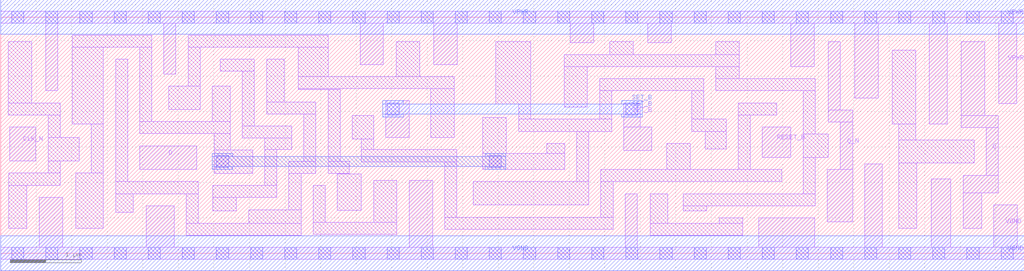
<source format=lef>
# Copyright 2020 The SkyWater PDK Authors
#
# Licensed under the Apache License, Version 2.0 (the "License");
# you may not use this file except in compliance with the License.
# You may obtain a copy of the License at
#
#     https://www.apache.org/licenses/LICENSE-2.0
#
# Unless required by applicable law or agreed to in writing, software
# distributed under the License is distributed on an "AS IS" BASIS,
# WITHOUT WARRANTIES OR CONDITIONS OF ANY KIND, either express or implied.
# See the License for the specific language governing permissions and
# limitations under the License.
#
# SPDX-License-Identifier: Apache-2.0

VERSION 5.7 ;
  NAMESCASESENSITIVE ON ;
  NOWIREEXTENSIONATPIN ON ;
  DIVIDERCHAR "/" ;
  BUSBITCHARS "[]" ;
UNITS
  DATABASE MICRONS 200 ;
END UNITS
MACRO sky130_fd_sc_ms__dfbbn_2
  CLASS CORE ;
  SOURCE USER ;
  FOREIGN sky130_fd_sc_ms__dfbbn_2 ;
  ORIGIN  0.000000  0.000000 ;
  SIZE  14.40000 BY  3.330000 ;
  SYMMETRY X Y ;
  SITE unit ;
  PIN D
    ANTENNAGATEAREA  0.138600 ;
    DIRECTION INPUT ;
    USE SIGNAL ;
    PORT
      LAYER li1 ;
        RECT 1.955000 1.180000 2.755000 1.510000 ;
    END
  END D
  PIN Q
    ANTENNADIFFAREA  0.509600 ;
    DIRECTION OUTPUT ;
    USE SIGNAL ;
    PORT
      LAYER li1 ;
        RECT 13.515000 1.770000 14.035000 1.940000 ;
        RECT 13.515000 1.940000 13.845000 2.980000 ;
        RECT 13.540000 0.350000 13.800000 0.850000 ;
        RECT 13.540000 0.850000 14.035000 1.100000 ;
        RECT 13.865000 1.100000 14.035000 1.770000 ;
    END
  END Q
  PIN Q_N
    ANTENNADIFFAREA  0.509600 ;
    DIRECTION OUTPUT ;
    USE SIGNAL ;
    PORT
      LAYER li1 ;
        RECT 11.630000 0.440000 11.985000 1.180000 ;
        RECT 11.645000 1.850000 11.985000 2.020000 ;
        RECT 11.645000 2.020000 11.815000 2.980000 ;
        RECT 11.815000 1.180000 11.985000 1.850000 ;
    END
  END Q_N
  PIN RESET_B
    ANTENNAGATEAREA  0.178200 ;
    DIRECTION INPUT ;
    USE SIGNAL ;
    PORT
      LAYER li1 ;
        RECT 10.715000 1.350000 11.115000 1.780000 ;
    END
  END RESET_B
  PIN SET_B
    ANTENNAGATEAREA  0.524700 ;
    DIRECTION INPUT ;
    USE SIGNAL ;
    PORT
      LAYER li1 ;
        RECT 5.415000 1.630000 5.745000 2.150000 ;
        RECT 8.765000 1.450000 9.160000 1.780000 ;
        RECT 8.765000 1.780000 8.995000 2.120000 ;
      LAYER mcon ;
        RECT 5.435000 1.950000 5.605000 2.120000 ;
        RECT 8.795000 1.950000 8.965000 2.120000 ;
      LAYER met1 ;
        RECT 5.375000 1.920000 5.665000 1.965000 ;
        RECT 5.375000 1.965000 9.025000 2.105000 ;
        RECT 5.375000 2.105000 5.665000 2.150000 ;
        RECT 8.735000 1.920000 9.025000 1.965000 ;
        RECT 8.735000 2.105000 9.025000 2.150000 ;
    END
  END SET_B
  PIN CLK_N
    ANTENNAGATEAREA  0.312600 ;
    DIRECTION INPUT ;
    USE CLOCK ;
    PORT
      LAYER li1 ;
        RECT 0.125000 1.300000 0.495000 1.780000 ;
    END
  END CLK_N
  PIN VGND
    DIRECTION INOUT ;
    USE GROUND ;
    PORT
      LAYER li1 ;
        RECT  0.000000 -0.085000 14.400000 0.085000 ;
        RECT  0.545000  0.085000  0.875000 0.790000 ;
        RECT  2.045000  0.085000  2.440000 0.670000 ;
        RECT  5.745000  0.085000  6.075000 1.025000 ;
        RECT  8.785000  0.085000  8.955000 0.840000 ;
        RECT 10.665000  0.085000 11.450000 0.500000 ;
        RECT 12.155000  0.085000 12.405000 1.260000 ;
        RECT 13.095000  0.085000 13.370000 1.050000 ;
        RECT 13.970000  0.085000 14.300000 0.680000 ;
      LAYER mcon ;
        RECT  0.155000 -0.085000  0.325000 0.085000 ;
        RECT  0.635000 -0.085000  0.805000 0.085000 ;
        RECT  1.115000 -0.085000  1.285000 0.085000 ;
        RECT  1.595000 -0.085000  1.765000 0.085000 ;
        RECT  2.075000 -0.085000  2.245000 0.085000 ;
        RECT  2.555000 -0.085000  2.725000 0.085000 ;
        RECT  3.035000 -0.085000  3.205000 0.085000 ;
        RECT  3.515000 -0.085000  3.685000 0.085000 ;
        RECT  3.995000 -0.085000  4.165000 0.085000 ;
        RECT  4.475000 -0.085000  4.645000 0.085000 ;
        RECT  4.955000 -0.085000  5.125000 0.085000 ;
        RECT  5.435000 -0.085000  5.605000 0.085000 ;
        RECT  5.915000 -0.085000  6.085000 0.085000 ;
        RECT  6.395000 -0.085000  6.565000 0.085000 ;
        RECT  6.875000 -0.085000  7.045000 0.085000 ;
        RECT  7.355000 -0.085000  7.525000 0.085000 ;
        RECT  7.835000 -0.085000  8.005000 0.085000 ;
        RECT  8.315000 -0.085000  8.485000 0.085000 ;
        RECT  8.795000 -0.085000  8.965000 0.085000 ;
        RECT  9.275000 -0.085000  9.445000 0.085000 ;
        RECT  9.755000 -0.085000  9.925000 0.085000 ;
        RECT 10.235000 -0.085000 10.405000 0.085000 ;
        RECT 10.715000 -0.085000 10.885000 0.085000 ;
        RECT 11.195000 -0.085000 11.365000 0.085000 ;
        RECT 11.675000 -0.085000 11.845000 0.085000 ;
        RECT 12.155000 -0.085000 12.325000 0.085000 ;
        RECT 12.635000 -0.085000 12.805000 0.085000 ;
        RECT 13.115000 -0.085000 13.285000 0.085000 ;
        RECT 13.595000 -0.085000 13.765000 0.085000 ;
        RECT 14.075000 -0.085000 14.245000 0.085000 ;
      LAYER met1 ;
        RECT 0.000000 -0.245000 14.400000 0.245000 ;
    END
  END VGND
  PIN VPWR
    DIRECTION INOUT ;
    USE POWER ;
    PORT
      LAYER li1 ;
        RECT  0.000000 3.245000 14.400000 3.415000 ;
        RECT  0.635000 2.290000  0.805000 3.245000 ;
        RECT  2.295000 2.525000  2.465000 3.245000 ;
        RECT  5.055000 2.660000  5.385000 3.245000 ;
        RECT  6.095000 2.660000  6.425000 3.245000 ;
        RECT  8.010000 2.970000  8.340000 3.245000 ;
        RECT  9.105000 2.970000  9.435000 3.245000 ;
        RECT 11.115000 2.630000 11.445000 3.245000 ;
        RECT 12.015000 2.190000 12.345000 3.245000 ;
        RECT 13.065000 1.820000 13.315000 3.245000 ;
        RECT 14.045000 2.110000 14.295000 3.245000 ;
      LAYER mcon ;
        RECT  0.155000 3.245000  0.325000 3.415000 ;
        RECT  0.635000 3.245000  0.805000 3.415000 ;
        RECT  1.115000 3.245000  1.285000 3.415000 ;
        RECT  1.595000 3.245000  1.765000 3.415000 ;
        RECT  2.075000 3.245000  2.245000 3.415000 ;
        RECT  2.555000 3.245000  2.725000 3.415000 ;
        RECT  3.035000 3.245000  3.205000 3.415000 ;
        RECT  3.515000 3.245000  3.685000 3.415000 ;
        RECT  3.995000 3.245000  4.165000 3.415000 ;
        RECT  4.475000 3.245000  4.645000 3.415000 ;
        RECT  4.955000 3.245000  5.125000 3.415000 ;
        RECT  5.435000 3.245000  5.605000 3.415000 ;
        RECT  5.915000 3.245000  6.085000 3.415000 ;
        RECT  6.395000 3.245000  6.565000 3.415000 ;
        RECT  6.875000 3.245000  7.045000 3.415000 ;
        RECT  7.355000 3.245000  7.525000 3.415000 ;
        RECT  7.835000 3.245000  8.005000 3.415000 ;
        RECT  8.315000 3.245000  8.485000 3.415000 ;
        RECT  8.795000 3.245000  8.965000 3.415000 ;
        RECT  9.275000 3.245000  9.445000 3.415000 ;
        RECT  9.755000 3.245000  9.925000 3.415000 ;
        RECT 10.235000 3.245000 10.405000 3.415000 ;
        RECT 10.715000 3.245000 10.885000 3.415000 ;
        RECT 11.195000 3.245000 11.365000 3.415000 ;
        RECT 11.675000 3.245000 11.845000 3.415000 ;
        RECT 12.155000 3.245000 12.325000 3.415000 ;
        RECT 12.635000 3.245000 12.805000 3.415000 ;
        RECT 13.115000 3.245000 13.285000 3.415000 ;
        RECT 13.595000 3.245000 13.765000 3.415000 ;
        RECT 14.075000 3.245000 14.245000 3.415000 ;
      LAYER met1 ;
        RECT 0.000000 3.085000 14.400000 3.575000 ;
    END
  END VPWR
  OBS
    LAYER li1 ;
      RECT  0.105000 1.950000  0.835000 2.120000 ;
      RECT  0.105000 2.120000  0.435000 2.980000 ;
      RECT  0.115000 0.350000  0.365000 0.960000 ;
      RECT  0.115000 0.960000  0.835000 1.130000 ;
      RECT  0.665000 1.130000  0.835000 1.300000 ;
      RECT  0.665000 1.300000  1.105000 1.630000 ;
      RECT  0.665000 1.630000  0.835000 1.950000 ;
      RECT  1.005000 1.820000  1.445000 2.905000 ;
      RECT  1.005000 2.905000  2.125000 3.075000 ;
      RECT  1.055000 0.350000  1.445000 1.130000 ;
      RECT  1.275000 1.130000  1.445000 1.820000 ;
      RECT  1.615000 0.575000  1.865000 0.840000 ;
      RECT  1.615000 0.840000  2.780000 1.010000 ;
      RECT  1.615000 1.010000  1.785000 2.735000 ;
      RECT  1.955000 1.685000  3.230000 1.855000 ;
      RECT  1.955000 1.855000  2.125000 2.905000 ;
      RECT  2.365000 2.025000  2.805000 2.355000 ;
      RECT  2.610000 0.255000  4.225000 0.425000 ;
      RECT  2.610000 0.425000  2.780000 0.840000 ;
      RECT  2.635000 2.355000  2.805000 2.905000 ;
      RECT  2.635000 2.905000  4.605000 3.075000 ;
      RECT  2.975000 1.855000  3.230000 2.355000 ;
      RECT  2.980000 0.595000  3.310000 0.785000 ;
      RECT  2.980000 0.785000  3.885000 0.955000 ;
      RECT  3.005000 1.125000  3.545000 1.455000 ;
      RECT  3.005000 1.455000  3.230000 1.685000 ;
      RECT  3.085000 2.565000  3.570000 2.735000 ;
      RECT  3.400000 1.625000  4.095000 1.795000 ;
      RECT  3.400000 1.795000  3.570000 2.565000 ;
      RECT  3.490000 0.425000  4.225000 0.615000 ;
      RECT  3.715000 0.955000  3.885000 1.465000 ;
      RECT  3.715000 1.465000  4.095000 1.625000 ;
      RECT  3.740000 1.965000  4.435000 2.135000 ;
      RECT  3.740000 2.135000  3.990000 2.735000 ;
      RECT  4.055000 0.615000  4.225000 1.125000 ;
      RECT  4.055000 1.125000  4.435000 1.295000 ;
      RECT  4.185000 2.305000  4.775000 2.320000 ;
      RECT  4.185000 2.320000  6.380000 2.490000 ;
      RECT  4.185000 2.490000  4.605000 2.905000 ;
      RECT  4.265000 1.295000  4.435000 1.965000 ;
      RECT  4.395000 0.265000  5.575000 0.435000 ;
      RECT  4.395000 0.435000  4.565000 0.955000 ;
      RECT  4.605000 1.125000  4.905000 1.295000 ;
      RECT  4.605000 1.295000  4.775000 2.305000 ;
      RECT  4.735000 0.605000  5.075000 1.120000 ;
      RECT  4.735000 1.120000  4.905000 1.125000 ;
      RECT  4.945000 1.610000  5.245000 1.940000 ;
      RECT  5.075000 1.290000  6.415000 1.460000 ;
      RECT  5.075000 1.460000  5.245000 1.610000 ;
      RECT  5.245000 0.435000  5.575000 1.025000 ;
      RECT  5.565000 2.490000  5.895000 2.980000 ;
      RECT  6.050000 1.630000  6.380000 2.320000 ;
      RECT  6.245000 0.340000  8.615000 0.510000 ;
      RECT  6.245000 0.510000  6.415000 1.290000 ;
      RECT  6.650000 0.680000  8.275000 1.010000 ;
      RECT  6.785000 1.180000  7.935000 1.410000 ;
      RECT  6.785000 1.410000  7.115000 1.910000 ;
      RECT  6.965000 2.100000  7.455000 2.980000 ;
      RECT  7.285000 1.720000  8.595000 1.890000 ;
      RECT  7.285000 1.890000  7.455000 2.100000 ;
      RECT  7.685000 1.410000  7.935000 1.550000 ;
      RECT  7.925000 2.060000  8.255000 2.630000 ;
      RECT  7.925000 2.630000 10.390000 2.800000 ;
      RECT  8.105000 1.010000  8.275000 1.720000 ;
      RECT  8.425000 1.890000  8.595000 2.290000 ;
      RECT  8.425000 2.290000  9.890000 2.460000 ;
      RECT  8.445000 0.510000  8.615000 1.010000 ;
      RECT  8.445000 1.010000 10.990000 1.180000 ;
      RECT  8.570000 2.800000  8.900000 2.980000 ;
      RECT  9.135000 0.255000 10.440000 0.425000 ;
      RECT  9.135000 0.425000  9.385000 0.840000 ;
      RECT  9.370000 1.180000  9.700000 1.550000 ;
      RECT  9.605000 0.595000  9.935000 0.670000 ;
      RECT  9.605000 0.670000 11.460000 0.840000 ;
      RECT  9.720000 1.720000 10.205000 1.890000 ;
      RECT  9.720000 1.890000  9.890000 2.290000 ;
      RECT  9.910000 1.470000 10.205000 1.720000 ;
      RECT 10.060000 2.290000 11.460000 2.460000 ;
      RECT 10.060000 2.460000 10.390000 2.630000 ;
      RECT 10.060000 2.800000 10.390000 2.980000 ;
      RECT 10.110000 0.425000 10.440000 0.500000 ;
      RECT 10.375000 1.180000 10.545000 1.950000 ;
      RECT 10.375000 1.950000 10.920000 2.120000 ;
      RECT 11.290000 0.840000 11.460000 1.350000 ;
      RECT 11.290000 1.350000 11.645000 1.680000 ;
      RECT 11.290000 1.680000 11.460000 2.290000 ;
      RECT 12.545000 1.820000 12.875000 2.860000 ;
      RECT 12.635000 0.350000 12.885000 1.270000 ;
      RECT 12.635000 1.270000 13.695000 1.600000 ;
      RECT 12.635000 1.600000 12.875000 1.820000 ;
    LAYER mcon ;
      RECT 3.035000 1.210000 3.205000 1.380000 ;
      RECT 6.875000 1.210000 7.045000 1.380000 ;
    LAYER met1 ;
      RECT 2.975000 1.180000 3.265000 1.225000 ;
      RECT 2.975000 1.225000 7.105000 1.365000 ;
      RECT 2.975000 1.365000 3.265000 1.410000 ;
      RECT 6.815000 1.180000 7.105000 1.225000 ;
      RECT 6.815000 1.365000 7.105000 1.410000 ;
  END
END sky130_fd_sc_ms__dfbbn_2

</source>
